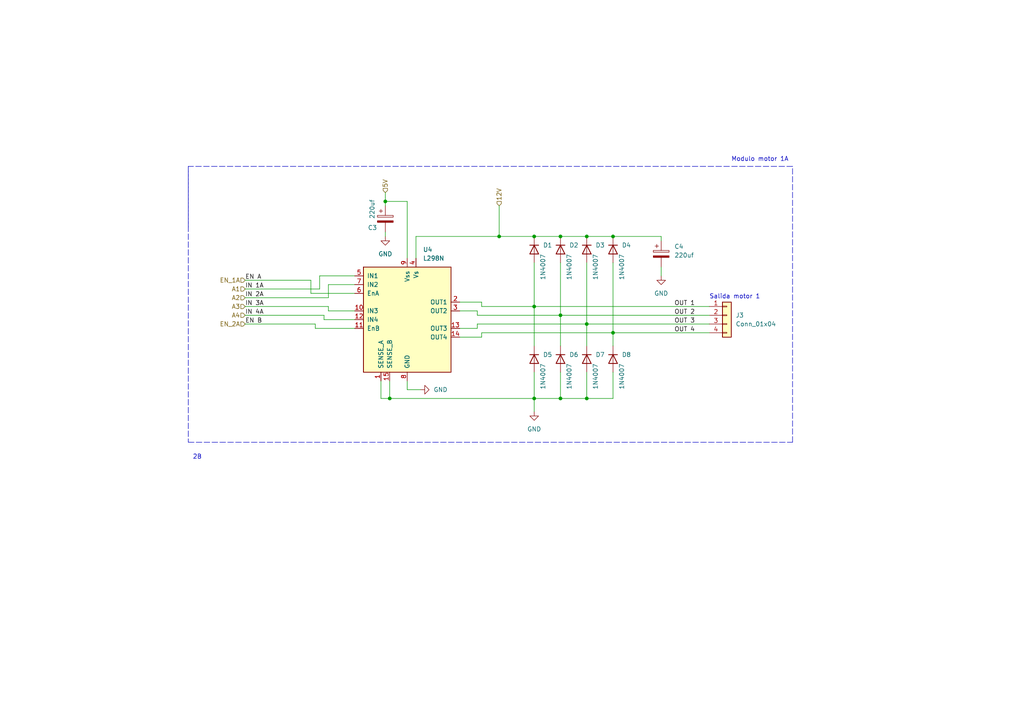
<source format=kicad_sch>
(kicad_sch (version 20211123) (generator eeschema)
  (paper "A4")
  (lib_symbols
    (symbol "Connector_Generic:Conn_01x04" (pin_names (offset 1.016) hide)
      (property "Reference" "J" (at 0 5.08 0))
      (property "Value" "Conn_01x04" (at 0 -7.62 0))
      (symbol "Conn_01x04_1_1"
        (rectangle (start -1.27 -4.953) (end 0 -5.207) (stroke (width 0.1524)))
        (rectangle (start -1.27 -2.413) (end 0 -2.667) (stroke (width 0.1524)))
        (rectangle (start -1.27 0.127) (end 0 -0.127) (stroke (width 0.1524)))
        (rectangle (start -1.27 2.667) (end 0 2.413) (stroke (width 0.1524)))
        (rectangle (start -1.27 3.81) (end 1.27 -6.35) (stroke (width 0.254)) (fill (type background)))
        (pin passive line (at -5.08 2.54 0) (length 3.81) (name "Pin_1") (number "1"))
        (pin passive line (at -5.08 0 0) (length 3.81) (name "Pin_2") (number "2"))
        (pin passive line (at -5.08 -2.54 0) (length 3.81) (name "Pin_3") (number "3"))
        (pin passive line (at -5.08 -5.08 0) (length 3.81) (name "Pin_4") (number "4"))
      )
    )
    (symbol "Device:C_Polarized" (pin_numbers hide) (pin_names (offset 0.254))
      (property "Reference" "C" (at 0.635 2.54 0))
      (property "Value" "C_Polarized" (at 0.635 -2.54 0))
      (symbol "C_Polarized_0_1"
        (rectangle (start -2.286 0.508) (end 2.286 1.016))
        (polyline (pts (xy -1.778 2.286) (xy -0.762 2.286)))
        (polyline (pts (xy -1.27 2.794) (xy -1.27 1.778)))
        (rectangle (start 2.286 -0.508) (end -2.286 -1.016) (fill (type outline)))
      )
      (symbol "C_Polarized_1_1"
        (pin passive line (at 0 3.81 270) (length 2.794) (name "~") (number "1"))
        (pin passive line (at 0 -3.81 90) (length 2.794) (name "~") (number "2"))
      )
    )
    (symbol "Diode:1N4007" (pin_numbers hide) (pin_names (offset 1.016) hide)
      (property "Reference" "D" (at 0 2.54 0))
      (property "Value" "1N4007" (at 0 -2.54 0))
      (symbol "1N4007_0_1"
        (polyline (pts (xy -1.27 1.27) (xy -1.27 -1.27)) (stroke (width 0.254)))
        (polyline (pts (xy 1.27 0) (xy -1.27 0)))
        (polyline (pts (xy 1.27 1.27) (xy 1.27 -1.27) (xy -1.27 0) (xy 1.27 1.27)) (stroke (width 0.254)))
      )
      (symbol "1N4007_1_1"
        (pin passive line (at -3.81 0 0) (length 2.54) (name "K") (number "1"))
        (pin passive line (at 3.81 0 180) (length 2.54) (name "A") (number "2"))
      )
    )
    (symbol "Driver_Motor:L298N" (pin_names (offset 1.016))
      (property "Reference" "U" (at -10.16 16.51 0))
      (property "Value" "L298N" (at 12.7 16.51 0))
      (symbol "L298N_0_1"
        (rectangle (start -12.7 15.24) (end 12.7 -15.24) (stroke (width 0.254)) (fill (type background)))
      )
      (symbol "L298N_1_1"
        (pin power_in line (at -7.62 -17.78 90) (length 2.54) (name "SENSE_A") (number "1"))
        (pin input line (at -15.24 2.54 0) (length 2.54) (name "IN3") (number "10"))
        (pin input line (at -15.24 -2.54 0) (length 2.54) (name "EnB") (number "11"))
        (pin input line (at -15.24 0 0) (length 2.54) (name "IN4") (number "12"))
        (pin output line (at 15.24 -2.54 180) (length 2.54) (name "OUT3") (number "13"))
        (pin output line (at 15.24 -5.08 180) (length 2.54) (name "OUT4") (number "14"))
        (pin power_in line (at -5.08 -17.78 90) (length 2.54) (name "SENSE_B") (number "15"))
        (pin output line (at 15.24 5.08 180) (length 2.54) (name "OUT1") (number "2"))
        (pin output line (at 15.24 2.54 180) (length 2.54) (name "OUT2") (number "3"))
        (pin power_in line (at 2.54 17.78 270) (length 2.54) (name "Vs") (number "4"))
        (pin input line (at -15.24 12.7 0) (length 2.54) (name "IN1") (number "5"))
        (pin input line (at -15.24 7.62 0) (length 2.54) (name "EnA") (number "6"))
        (pin input line (at -15.24 10.16 0) (length 2.54) (name "IN2") (number "7"))
        (pin power_in line (at 0 -17.78 90) (length 2.54) (name "GND") (number "8"))
        (pin power_in line (at 0 17.78 270) (length 2.54) (name "Vss") (number "9"))
      )
    )
    (symbol "power:GND" (power) (pin_names (offset 0))
      (property "Value" "GND" (at 0 -3.81 0))
      (symbol "GND_0_1"
        (polyline (pts (xy 0 0) (xy 0 -1.27) (xy 1.27 -1.27) (xy 0 -2.54) (xy -1.27 -1.27) (xy 0 -1.27)))
      )
      (symbol "GND_1_1"
        (pin power_in line (at 0 0 270) (length 0) hide (name "GND") (number "1"))
      )
    )
  )
  (junction (at 144.78 68.58))
  (junction (at 170.18 115.57))
  (junction (at 170.18 68.58))
  (junction (at 154.94 115.57))
  (junction (at 162.56 115.57))
  (junction (at 162.56 91.44))
  (junction (at 177.8 68.58))
  (junction (at 154.94 68.58))
  (junction (at 170.18 93.98))
  (junction (at 177.8 96.52))
  (junction (at 111.76 58.42))
  (junction (at 154.94 88.9))
  (junction (at 113.03 115.57))
  (junction (at 162.56 68.58))
  (wire (pts (xy 93.98 91.44) (xy 71.12 91.44)))
  (wire (pts (xy 133.35 97.79) (xy 139.7 97.79)))
  (wire (pts (xy 139.7 88.9) (xy 154.94 88.9)))
  (wire (pts (xy 120.65 68.58) (xy 144.78 68.58)))
  (wire (pts (xy 91.44 95.25) (xy 91.44 93.98)))
  (wire (pts (xy 102.87 85.09) (xy 90.17 85.09)))
  (wire (pts (xy 93.98 92.71) (xy 93.98 91.44)))
  (wire (pts (xy 162.56 107.95) (xy 162.56 115.57)))
  (wire (pts (xy 133.35 95.25) (xy 138.43 95.25)))
  (wire (pts (xy 133.35 87.63) (xy 139.7 87.63)))
  (wire (pts (xy 154.94 76.2) (xy 154.94 88.9)))
  (wire (pts (xy 90.17 81.28) (xy 71.12 81.28)))
  (wire (pts (xy 177.8 68.58) (xy 191.77 68.58)))
  (wire (pts (xy 118.11 58.42) (xy 111.76 58.42)))
  (wire (pts (xy 162.56 91.44) (xy 205.74 91.44)))
  (wire (pts (xy 191.77 77.47) (xy 191.77 80.01)))
  (wire (pts (xy 162.56 76.2) (xy 162.56 91.44)))
  (wire (pts (xy 91.44 93.98) (xy 71.12 93.98)))
  (wire (pts (xy 102.87 90.17) (xy 95.25 90.17)))
  (wire (pts (xy 170.18 76.2) (xy 170.18 93.98)))
  (polyline (pts (xy 229.87 48.26) (xy 54.61 48.26)))
  (wire (pts (xy 138.43 93.98) (xy 170.18 93.98)))
  (wire (pts (xy 177.8 115.57) (xy 170.18 115.57)))
  (wire (pts (xy 111.76 67.31) (xy 111.76 68.58)))
  (wire (pts (xy 154.94 107.95) (xy 154.94 115.57)))
  (wire (pts (xy 95.25 86.36) (xy 71.12 86.36)))
  (wire (pts (xy 144.78 59.69) (xy 144.78 68.58)))
  (wire (pts (xy 95.25 90.17) (xy 95.25 88.9)))
  (wire (pts (xy 170.18 93.98) (xy 205.74 93.98)))
  (wire (pts (xy 102.87 92.71) (xy 93.98 92.71)))
  (wire (pts (xy 154.94 115.57) (xy 154.94 119.38)))
  (wire (pts (xy 113.03 115.57) (xy 154.94 115.57)))
  (wire (pts (xy 162.56 115.57) (xy 170.18 115.57)))
  (wire (pts (xy 154.94 115.57) (xy 162.56 115.57)))
  (wire (pts (xy 138.43 91.44) (xy 162.56 91.44)))
  (wire (pts (xy 162.56 68.58) (xy 170.18 68.58)))
  (wire (pts (xy 118.11 113.03) (xy 121.92 113.03)))
  (wire (pts (xy 170.18 93.98) (xy 170.18 100.33)))
  (wire (pts (xy 139.7 87.63) (xy 139.7 88.9)))
  (wire (pts (xy 139.7 96.52) (xy 177.8 96.52)))
  (wire (pts (xy 144.78 68.58) (xy 154.94 68.58)))
  (wire (pts (xy 154.94 88.9) (xy 154.94 100.33)))
  (polyline (pts (xy 54.61 49.53) (xy 54.61 128.27)))
  (wire (pts (xy 177.8 96.52) (xy 205.74 96.52)))
  (wire (pts (xy 120.65 74.93) (xy 120.65 68.58)))
  (wire (pts (xy 111.76 55.88) (xy 111.76 58.42)))
  (wire (pts (xy 170.18 68.58) (xy 177.8 68.58)))
  (wire (pts (xy 95.25 88.9) (xy 71.12 88.9)))
  (wire (pts (xy 138.43 95.25) (xy 138.43 93.98)))
  (wire (pts (xy 177.8 96.52) (xy 177.8 100.33)))
  (wire (pts (xy 154.94 68.58) (xy 162.56 68.58)))
  (wire (pts (xy 118.11 58.42) (xy 118.11 74.93)))
  (wire (pts (xy 138.43 90.17) (xy 138.43 91.44)))
  (wire (pts (xy 139.7 97.79) (xy 139.7 96.52)))
  (wire (pts (xy 102.87 82.55) (xy 95.25 82.55)))
  (wire (pts (xy 170.18 107.95) (xy 170.18 115.57)))
  (wire (pts (xy 102.87 80.01) (xy 92.71 80.01)))
  (polyline (pts (xy 54.61 48.26) (xy 54.61 66.04)))
  (wire (pts (xy 92.71 83.82) (xy 71.12 83.82)))
  (wire (pts (xy 154.94 88.9) (xy 205.74 88.9)))
  (wire (pts (xy 111.76 58.42) (xy 111.76 59.69)))
  (wire (pts (xy 92.71 80.01) (xy 92.71 83.82)))
  (wire (pts (xy 118.11 110.49) (xy 118.11 113.03)))
  (wire (pts (xy 90.17 85.09) (xy 90.17 81.28)))
  (wire (pts (xy 113.03 110.49) (xy 113.03 115.57)))
  (wire (pts (xy 110.49 115.57) (xy 113.03 115.57)))
  (wire (pts (xy 102.87 95.25) (xy 91.44 95.25)))
  (polyline (pts (xy 54.61 128.27) (xy 229.87 128.27)))
  (wire (pts (xy 133.35 90.17) (xy 138.43 90.17)))
  (wire (pts (xy 95.25 82.55) (xy 95.25 86.36)))
  (polyline (pts (xy 229.87 128.27) (xy 229.87 48.26)))
  (wire (pts (xy 162.56 91.44) (xy 162.56 100.33)))
  (wire (pts (xy 177.8 107.95) (xy 177.8 115.57)))
  (wire (pts (xy 177.8 76.2) (xy 177.8 96.52)))
  (wire (pts (xy 191.77 69.85) (xy 191.77 68.58)))
  (wire (pts (xy 110.49 110.49) (xy 110.49 115.57)))
  (text "Modulo motor 1A\n" (at 212.09 46.99 0) (effects (font (size 1.27 1.27)) (justify left bottom)))
  (text "2B" (at 55.88 133.35 0) (effects (font (size 1.27 1.27)) (justify left bottom)))
  (text "Salida motor 1\n\n" (at 205.74 88.9 0) (effects (font (size 1.27 1.27)) (justify left bottom)))
  (label "OUT 2" (at 195.58 91.44 0))
  (label "OUT 1" (at 195.58 88.9 0))
  (label "IN 4A" (at 71.12 91.44 0))
  (label "IN 2A" (at 71.12 86.36 0))
  (label "EN B" (at 71.12 93.98 0))
  (label "IN 1A" (at 71.12 83.82 0))
  (label "EN A" (at 71.12 81.28 0))
  (label "IN 3A" (at 71.12 88.9 0))
  (label "OUT 3" (at 195.58 93.98 0))
  (label "OUT 4" (at 195.58 96.52 0))
  (hierarchical_label "EN_1A" (shape input) (at 71.12 81.28 180))
  (hierarchical_label "A3" (shape input) (at 71.12 88.9 180))
  (hierarchical_label "5V" (shape input) (at 111.76 55.88 90))
  (hierarchical_label "12V" (shape input) (at 144.78 59.69 90))
  (hierarchical_label "EN_2A" (shape input) (at 71.12 93.98 180))
  (hierarchical_label "A2" (shape input) (at 71.12 86.36 180))
  (hierarchical_label "A1" (shape input) (at 71.12 83.82 180))
  (hierarchical_label "A4" (shape input) (at 71.12 91.44 180))
  (symbol (lib_id "Diode:1N4007") (at 162.56 72.39 270) (unit 1)
    (property "Reference" "D2" (at 165.1 71.1199 90) (effects (justify left)))
    (property "Value" "1N4007" (at 165.1 73.6599 0) (effects (justify left)))
    (property "Footprint" "M7:DIOM505270X240" (effects hide))
    (property "Datasheet" "http://www.vishay.com/docs/88503/1n4001.pdf" (effects hide))
  )
  (symbol (lib_id "Device:C_Polarized") (at 111.76 63.5 0) (unit 1)
    (property "Reference" "C3" (at 106.68 66.04 0) (effects (justify left)))
    (property "Value" "220uf" (at 107.95 63.5 90) (effects (justify left)))
    (property "Footprint" "Capacitor_SMD:CP_Elec_8x10" (effects hide))
  )
  (symbol (lib_id "Connector_Generic:Conn_01x04") (at 210.82 91.44 0) (unit 1)
    (property "Reference" "J3" (at 213.36 91.4399 0) (effects (justify left)))
    (property "Value" "Conn_01x04" (at 213.36 93.9799 0) (effects (justify left)))
    (property "Footprint" "Connector_JST:JST_EH_B4B-EH-A_1x04_P2.50mm_Vertical" (effects hide))
  )
  (symbol (lib_id "power:GND") (at 191.77 80.01 0) (unit 1)
    (property "Reference" "#PWR0127" (effects hide))
    (property "Value" "GND" (at 191.77 85.09 0))
  )
  (symbol (lib_id "power:GND") (at 154.94 119.38 0) (unit 1)
    (property "Reference" "#PWR0125" (effects hide))
    (property "Value" "GND" (at 154.94 124.46 0))
  )
  (symbol (lib_id "Diode:1N4007") (at 154.94 72.39 270) (unit 1)
    (property "Reference" "D1" (at 157.48 71.1199 90) (effects (justify left)))
    (property "Value" "1N4007" (at 157.48 73.6599 0) (effects (justify left)))
    (property "Footprint" "M7:DIOM505270X240" (effects hide))
    (property "Datasheet" "http://www.vishay.com/docs/88503/1n4001.pdf" (effects hide))
  )
  (symbol (lib_id "Driver_Motor:L298N") (at 118.11 92.71 0) (unit 1)
    (property "Reference" "U4" (at 122.6694 72.39 0) (effects (justify left)))
    (property "Value" "L298N" (at 122.6694 74.93 0) (effects (justify left)))
    (property "Footprint" "Package_TO_SOT_THT:TO-220-15_P2.54x2.54mm_StaggerOdd_Lead4.58mm_Vertical" (effects hide))
    (property "Datasheet" "http://www.st.com/st-web-ui/static/active/en/resource/technical/document/datasheet/CD00000240.pdf" (effects hide))
  )
  (symbol (lib_id "Diode:1N4007") (at 154.94 104.14 270) (unit 1)
    (property "Reference" "D5" (at 157.48 102.8699 90) (effects (justify left)))
    (property "Value" "1N4007" (at 157.48 105.4099 0) (effects (justify left)))
    (property "Footprint" "M7:DIOM505270X240" (effects hide))
    (property "Datasheet" "http://www.vishay.com/docs/88503/1n4001.pdf" (effects hide))
  )
  (symbol (lib_id "Diode:1N4007") (at 177.8 72.39 270) (unit 1)
    (property "Reference" "D4" (at 180.34 71.1199 90) (effects (justify left)))
    (property "Value" "1N4007" (at 180.34 73.6599 0) (effects (justify left)))
    (property "Footprint" "M7:DIOM505270X240" (effects hide))
    (property "Datasheet" "http://www.vishay.com/docs/88503/1n4001.pdf" (effects hide))
  )
  (symbol (lib_id "power:GND") (at 121.92 113.03 90) (unit 1)
    (property "Reference" "#PWR0130" (effects hide))
    (property "Value" "GND" (at 125.73 113.0299 90) (effects (justify right)))
  )
  (symbol (lib_id "Device:C_Polarized") (at 191.77 73.66 0) (unit 1)
    (property "Reference" "C4" (at 195.58 71.5009 0) (effects (justify left)))
    (property "Value" "220uf" (at 195.58 74.0409 0) (effects (justify left)))
    (property "Footprint" "Capacitor_SMD:CP_Elec_8x10" (effects hide))
  )
  (symbol (lib_id "Diode:1N4007") (at 177.8 104.14 270) (unit 1)
    (property "Reference" "D8" (at 180.34 102.8699 90) (effects (justify left)))
    (property "Value" "1N4007" (at 180.34 105.4099 0) (effects (justify left)))
    (property "Footprint" "M7:DIOM505270X240" (effects hide))
    (property "Datasheet" "http://www.vishay.com/docs/88503/1n4001.pdf" (effects hide))
  )
  (symbol (lib_id "Diode:1N4007") (at 162.56 104.14 270) (unit 1)
    (property "Reference" "D6" (at 165.1 102.8699 90) (effects (justify left)))
    (property "Value" "1N4007" (at 165.1 105.4099 0) (effects (justify left)))
    (property "Footprint" "M7:DIOM505270X240" (effects hide))
    (property "Datasheet" "http://www.vishay.com/docs/88503/1n4001.pdf" (effects hide))
  )
  (symbol (lib_id "Diode:1N4007") (at 170.18 104.14 270) (unit 1)
    (property "Reference" "D7" (at 172.72 102.8699 90) (effects (justify left)))
    (property "Value" "1N4007" (at 172.72 105.4099 0) (effects (justify left)))
    (property "Footprint" "M7:DIOM505270X240" (effects hide))
    (property "Datasheet" "http://www.vishay.com/docs/88503/1n4001.pdf" (effects hide))
  )
  (symbol (lib_id "Diode:1N4007") (at 170.18 72.39 270) (unit 1)
    (property "Reference" "D3" (at 172.72 71.1199 90) (effects (justify left)))
    (property "Value" "1N4007" (at 172.72 73.6599 0) (effects (justify left)))
    (property "Footprint" "M7:DIOM505270X240" (effects hide))
    (property "Datasheet" "http://www.vishay.com/docs/88503/1n4001.pdf" (effects hide))
  )
  (symbol (lib_id "power:GND") (at 111.76 68.58 0) (unit 1)
    (property "Reference" "#PWR0126" (effects hide))
    (property "Value" "GND" (at 111.76 73.66 0))
  )
)
</source>
